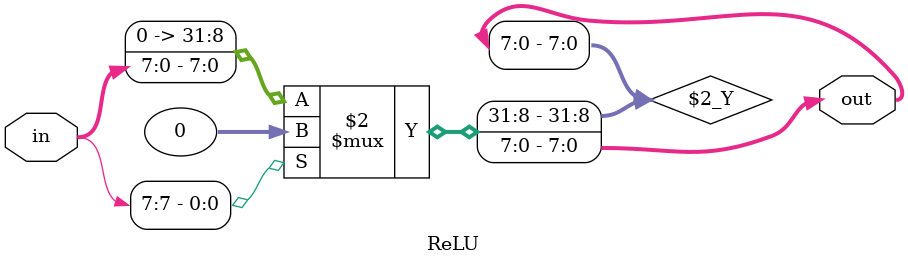
<source format=v>
module ReLU #(parameter n = 8) (
    input signed [n-1:0] in,
    output signed [n-1:0] out
);

    assign out = in[n-1] ? 'd0 : in;

endmodule
</source>
